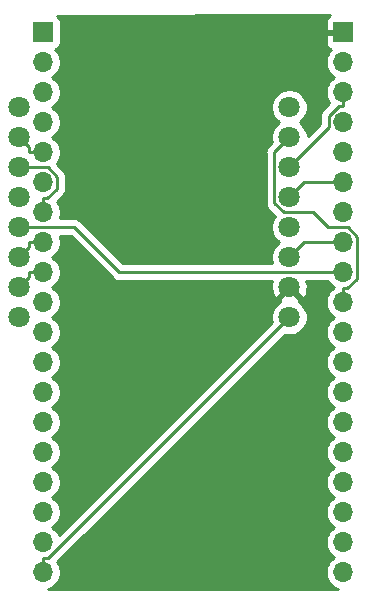
<source format=gbr>
G04 #@! TF.GenerationSoftware,KiCad,Pcbnew,(5.1.5-0-10_14)*
G04 #@! TF.CreationDate,2020-06-17T20:55:43+02:00*
G04 #@! TF.ProjectId,WEMOS_Adapter,57454d4f-535f-4416-9461-707465722e6b,rev?*
G04 #@! TF.SameCoordinates,Original*
G04 #@! TF.FileFunction,Copper,L2,Bot*
G04 #@! TF.FilePolarity,Positive*
%FSLAX46Y46*%
G04 Gerber Fmt 4.6, Leading zero omitted, Abs format (unit mm)*
G04 Created by KiCad (PCBNEW (5.1.5-0-10_14)) date 2020-06-17 20:55:43*
%MOMM*%
%LPD*%
G04 APERTURE LIST*
%ADD10C,1.800000*%
%ADD11O,1.700000X1.700000*%
%ADD12R,1.700000X1.700000*%
%ADD13C,0.250000*%
%ADD14C,0.254000*%
G04 APERTURE END LIST*
D10*
X66573400Y-36830000D03*
X43713400Y-36830000D03*
X66573400Y-39370000D03*
X43713400Y-39370000D03*
X66573400Y-41910000D03*
X43713400Y-41910000D03*
X66573400Y-44450000D03*
X43713400Y-44450000D03*
X66573400Y-46990000D03*
X43713400Y-46990000D03*
X66573400Y-49530000D03*
X43713400Y-49530000D03*
X66573400Y-52070000D03*
X43713400Y-52070000D03*
X66573400Y-54610000D03*
X43713400Y-54610000D03*
D11*
X71120000Y-76200000D03*
X71120000Y-73660000D03*
X71120000Y-71120000D03*
X71120000Y-68580000D03*
X71120000Y-66040000D03*
X71120000Y-63500000D03*
X71120000Y-60960000D03*
X71120000Y-58420000D03*
X71120000Y-55880000D03*
X71120000Y-53340000D03*
X71120000Y-50800000D03*
X71120000Y-48260000D03*
X71120000Y-45720000D03*
X71120000Y-43180000D03*
X71120000Y-40640000D03*
X71120000Y-38100000D03*
X71120000Y-35560000D03*
X71120000Y-33020000D03*
D12*
X71120000Y-30480000D03*
D11*
X45720000Y-76200000D03*
X45720000Y-73660000D03*
X45720000Y-71120000D03*
X45720000Y-68580000D03*
X45720000Y-66040000D03*
X45720000Y-63500000D03*
X45720000Y-60960000D03*
X45720000Y-58420000D03*
X45720000Y-55880000D03*
X45720000Y-53340000D03*
X45720000Y-50800000D03*
X45720000Y-48260000D03*
X45720000Y-45720000D03*
X45720000Y-43180000D03*
X45720000Y-40640000D03*
X45720000Y-38100000D03*
X45720000Y-35560000D03*
X45720000Y-33020000D03*
D12*
X45720000Y-30480000D03*
D13*
X45720000Y-76200000D02*
X45720000Y-75024700D01*
X45720000Y-75024700D02*
X46158700Y-75024700D01*
X46158700Y-75024700D02*
X66573400Y-54610000D01*
X45720000Y-50800000D02*
X44544700Y-50800000D01*
X44544700Y-50800000D02*
X44544700Y-51238700D01*
X44544700Y-51238700D02*
X43713400Y-52070000D01*
X45720000Y-48260000D02*
X44544700Y-48260000D01*
X44544700Y-48260000D02*
X44544700Y-48698700D01*
X44544700Y-48698700D02*
X43713400Y-49530000D01*
X45720000Y-45720000D02*
X45720000Y-44544700D01*
X45720000Y-44544700D02*
X46087400Y-44544700D01*
X46087400Y-44544700D02*
X46895300Y-43736800D01*
X46895300Y-43736800D02*
X46895300Y-42693100D01*
X46895300Y-42693100D02*
X46112300Y-41910100D01*
X46112300Y-41910100D02*
X43713400Y-41910100D01*
X43713400Y-41910100D02*
X43713400Y-41910000D01*
X45720000Y-40640000D02*
X44544700Y-40640000D01*
X44544700Y-40640000D02*
X44544700Y-40201300D01*
X44544700Y-40201300D02*
X43713400Y-39370000D01*
X71120000Y-53340000D02*
X71120000Y-52164700D01*
X71120000Y-52164700D02*
X71487300Y-52164700D01*
X71487300Y-52164700D02*
X72312300Y-51339700D01*
X72312300Y-51339700D02*
X72312300Y-47786200D01*
X72312300Y-47786200D02*
X71516100Y-46990000D01*
X71516100Y-46990000D02*
X69804200Y-46990000D01*
X69804200Y-46990000D02*
X68534200Y-45720000D01*
X68534200Y-45720000D02*
X66104600Y-45720000D01*
X66104600Y-45720000D02*
X65311700Y-44927100D01*
X65311700Y-44927100D02*
X65311700Y-40631700D01*
X65311700Y-40631700D02*
X66573400Y-39370000D01*
X71120000Y-50800000D02*
X52166400Y-50800000D01*
X52166400Y-50800000D02*
X48356400Y-46990000D01*
X48356400Y-46990000D02*
X43713400Y-46990000D01*
X71120000Y-48260000D02*
X67843400Y-48260000D01*
X67843400Y-48260000D02*
X66573400Y-49530000D01*
X71120000Y-43180000D02*
X67843400Y-43180000D01*
X67843400Y-43180000D02*
X66573400Y-44450000D01*
X71120000Y-35560000D02*
X71120000Y-36735300D01*
X71120000Y-36735300D02*
X70752600Y-36735300D01*
X70752600Y-36735300D02*
X69944700Y-37543200D01*
X69944700Y-37543200D02*
X69944700Y-38538700D01*
X69944700Y-38538700D02*
X66573400Y-41910000D01*
D14*
G36*
X51602601Y-51311003D02*
G01*
X51626399Y-51340001D01*
X51742124Y-51434974D01*
X51874153Y-51505546D01*
X52017414Y-51549003D01*
X52129067Y-51560000D01*
X52129075Y-51560000D01*
X52166400Y-51563676D01*
X52203725Y-51560000D01*
X65119562Y-51560000D01*
X65049035Y-51834642D01*
X65032409Y-52136553D01*
X65075003Y-52435907D01*
X65175178Y-52721199D01*
X65255139Y-52870792D01*
X65509320Y-52954475D01*
X66393795Y-52070000D01*
X66379653Y-52055858D01*
X66559258Y-51876253D01*
X66573400Y-51890395D01*
X66587543Y-51876253D01*
X66767148Y-52055858D01*
X66753005Y-52070000D01*
X67637480Y-52954475D01*
X67891661Y-52870792D01*
X68022558Y-52598225D01*
X68097765Y-52305358D01*
X68114391Y-52003447D01*
X68071797Y-51704093D01*
X68021201Y-51560000D01*
X69841822Y-51560000D01*
X69966525Y-51746632D01*
X70173368Y-51953475D01*
X70347760Y-52070000D01*
X70173368Y-52186525D01*
X69966525Y-52393368D01*
X69804010Y-52636589D01*
X69692068Y-52906842D01*
X69635000Y-53193740D01*
X69635000Y-53486260D01*
X69692068Y-53773158D01*
X69804010Y-54043411D01*
X69966525Y-54286632D01*
X70173368Y-54493475D01*
X70347760Y-54610000D01*
X70173368Y-54726525D01*
X69966525Y-54933368D01*
X69804010Y-55176589D01*
X69692068Y-55446842D01*
X69635000Y-55733740D01*
X69635000Y-56026260D01*
X69692068Y-56313158D01*
X69804010Y-56583411D01*
X69966525Y-56826632D01*
X70173368Y-57033475D01*
X70347760Y-57150000D01*
X70173368Y-57266525D01*
X69966525Y-57473368D01*
X69804010Y-57716589D01*
X69692068Y-57986842D01*
X69635000Y-58273740D01*
X69635000Y-58566260D01*
X69692068Y-58853158D01*
X69804010Y-59123411D01*
X69966525Y-59366632D01*
X70173368Y-59573475D01*
X70347760Y-59690000D01*
X70173368Y-59806525D01*
X69966525Y-60013368D01*
X69804010Y-60256589D01*
X69692068Y-60526842D01*
X69635000Y-60813740D01*
X69635000Y-61106260D01*
X69692068Y-61393158D01*
X69804010Y-61663411D01*
X69966525Y-61906632D01*
X70173368Y-62113475D01*
X70347760Y-62230000D01*
X70173368Y-62346525D01*
X69966525Y-62553368D01*
X69804010Y-62796589D01*
X69692068Y-63066842D01*
X69635000Y-63353740D01*
X69635000Y-63646260D01*
X69692068Y-63933158D01*
X69804010Y-64203411D01*
X69966525Y-64446632D01*
X70173368Y-64653475D01*
X70347760Y-64770000D01*
X70173368Y-64886525D01*
X69966525Y-65093368D01*
X69804010Y-65336589D01*
X69692068Y-65606842D01*
X69635000Y-65893740D01*
X69635000Y-66186260D01*
X69692068Y-66473158D01*
X69804010Y-66743411D01*
X69966525Y-66986632D01*
X70173368Y-67193475D01*
X70347760Y-67310000D01*
X70173368Y-67426525D01*
X69966525Y-67633368D01*
X69804010Y-67876589D01*
X69692068Y-68146842D01*
X69635000Y-68433740D01*
X69635000Y-68726260D01*
X69692068Y-69013158D01*
X69804010Y-69283411D01*
X69966525Y-69526632D01*
X70173368Y-69733475D01*
X70347760Y-69850000D01*
X70173368Y-69966525D01*
X69966525Y-70173368D01*
X69804010Y-70416589D01*
X69692068Y-70686842D01*
X69635000Y-70973740D01*
X69635000Y-71266260D01*
X69692068Y-71553158D01*
X69804010Y-71823411D01*
X69966525Y-72066632D01*
X70173368Y-72273475D01*
X70347760Y-72390000D01*
X70173368Y-72506525D01*
X69966525Y-72713368D01*
X69804010Y-72956589D01*
X69692068Y-73226842D01*
X69635000Y-73513740D01*
X69635000Y-73806260D01*
X69692068Y-74093158D01*
X69804010Y-74363411D01*
X69966525Y-74606632D01*
X70173368Y-74813475D01*
X70347760Y-74930000D01*
X70173368Y-75046525D01*
X69966525Y-75253368D01*
X69804010Y-75496589D01*
X69692068Y-75766842D01*
X69635000Y-76053740D01*
X69635000Y-76346260D01*
X69692068Y-76633158D01*
X69804010Y-76903411D01*
X69966525Y-77146632D01*
X70173368Y-77353475D01*
X70416589Y-77515990D01*
X70675418Y-77623200D01*
X46164582Y-77623200D01*
X46423411Y-77515990D01*
X46666632Y-77353475D01*
X46873475Y-77146632D01*
X47035990Y-76903411D01*
X47147932Y-76633158D01*
X47205000Y-76346260D01*
X47205000Y-76053740D01*
X47147932Y-75766842D01*
X47035990Y-75496589D01*
X46926090Y-75332111D01*
X66164471Y-56093731D01*
X66422216Y-56145000D01*
X66724584Y-56145000D01*
X67021143Y-56086011D01*
X67300495Y-55970299D01*
X67551905Y-55802312D01*
X67765712Y-55588505D01*
X67933699Y-55337095D01*
X68049411Y-55057743D01*
X68108400Y-54761184D01*
X68108400Y-54458816D01*
X68049411Y-54162257D01*
X67933699Y-53882905D01*
X67765712Y-53631495D01*
X67551905Y-53417688D01*
X67398295Y-53315049D01*
X67457875Y-53134080D01*
X66573400Y-52249605D01*
X65688925Y-53134080D01*
X65748505Y-53315049D01*
X65594895Y-53417688D01*
X65381088Y-53631495D01*
X65213101Y-53882905D01*
X65097389Y-54162257D01*
X65038400Y-54458816D01*
X65038400Y-54761184D01*
X65089669Y-55018929D01*
X47069971Y-73038628D01*
X47035990Y-72956589D01*
X46873475Y-72713368D01*
X46666632Y-72506525D01*
X46492240Y-72390000D01*
X46666632Y-72273475D01*
X46873475Y-72066632D01*
X47035990Y-71823411D01*
X47147932Y-71553158D01*
X47205000Y-71266260D01*
X47205000Y-70973740D01*
X47147932Y-70686842D01*
X47035990Y-70416589D01*
X46873475Y-70173368D01*
X46666632Y-69966525D01*
X46492240Y-69850000D01*
X46666632Y-69733475D01*
X46873475Y-69526632D01*
X47035990Y-69283411D01*
X47147932Y-69013158D01*
X47205000Y-68726260D01*
X47205000Y-68433740D01*
X47147932Y-68146842D01*
X47035990Y-67876589D01*
X46873475Y-67633368D01*
X46666632Y-67426525D01*
X46492240Y-67310000D01*
X46666632Y-67193475D01*
X46873475Y-66986632D01*
X47035990Y-66743411D01*
X47147932Y-66473158D01*
X47205000Y-66186260D01*
X47205000Y-65893740D01*
X47147932Y-65606842D01*
X47035990Y-65336589D01*
X46873475Y-65093368D01*
X46666632Y-64886525D01*
X46492240Y-64770000D01*
X46666632Y-64653475D01*
X46873475Y-64446632D01*
X47035990Y-64203411D01*
X47147932Y-63933158D01*
X47205000Y-63646260D01*
X47205000Y-63353740D01*
X47147932Y-63066842D01*
X47035990Y-62796589D01*
X46873475Y-62553368D01*
X46666632Y-62346525D01*
X46492240Y-62230000D01*
X46666632Y-62113475D01*
X46873475Y-61906632D01*
X47035990Y-61663411D01*
X47147932Y-61393158D01*
X47205000Y-61106260D01*
X47205000Y-60813740D01*
X47147932Y-60526842D01*
X47035990Y-60256589D01*
X46873475Y-60013368D01*
X46666632Y-59806525D01*
X46492240Y-59690000D01*
X46666632Y-59573475D01*
X46873475Y-59366632D01*
X47035990Y-59123411D01*
X47147932Y-58853158D01*
X47205000Y-58566260D01*
X47205000Y-58273740D01*
X47147932Y-57986842D01*
X47035990Y-57716589D01*
X46873475Y-57473368D01*
X46666632Y-57266525D01*
X46492240Y-57150000D01*
X46666632Y-57033475D01*
X46873475Y-56826632D01*
X47035990Y-56583411D01*
X47147932Y-56313158D01*
X47205000Y-56026260D01*
X47205000Y-55733740D01*
X47147932Y-55446842D01*
X47035990Y-55176589D01*
X46873475Y-54933368D01*
X46666632Y-54726525D01*
X46492240Y-54610000D01*
X46666632Y-54493475D01*
X46873475Y-54286632D01*
X47035990Y-54043411D01*
X47147932Y-53773158D01*
X47205000Y-53486260D01*
X47205000Y-53193740D01*
X47147932Y-52906842D01*
X47035990Y-52636589D01*
X46873475Y-52393368D01*
X46666632Y-52186525D01*
X46492240Y-52070000D01*
X46666632Y-51953475D01*
X46873475Y-51746632D01*
X47035990Y-51503411D01*
X47147932Y-51233158D01*
X47205000Y-50946260D01*
X47205000Y-50653740D01*
X47147932Y-50366842D01*
X47035990Y-50096589D01*
X46873475Y-49853368D01*
X46666632Y-49646525D01*
X46492240Y-49530000D01*
X46666632Y-49413475D01*
X46873475Y-49206632D01*
X47035990Y-48963411D01*
X47147932Y-48693158D01*
X47205000Y-48406260D01*
X47205000Y-48113740D01*
X47147932Y-47826842D01*
X47116103Y-47750000D01*
X48041599Y-47750000D01*
X51602601Y-51311003D01*
G37*
X51602601Y-51311003D02*
X51626399Y-51340001D01*
X51742124Y-51434974D01*
X51874153Y-51505546D01*
X52017414Y-51549003D01*
X52129067Y-51560000D01*
X52129075Y-51560000D01*
X52166400Y-51563676D01*
X52203725Y-51560000D01*
X65119562Y-51560000D01*
X65049035Y-51834642D01*
X65032409Y-52136553D01*
X65075003Y-52435907D01*
X65175178Y-52721199D01*
X65255139Y-52870792D01*
X65509320Y-52954475D01*
X66393795Y-52070000D01*
X66379653Y-52055858D01*
X66559258Y-51876253D01*
X66573400Y-51890395D01*
X66587543Y-51876253D01*
X66767148Y-52055858D01*
X66753005Y-52070000D01*
X67637480Y-52954475D01*
X67891661Y-52870792D01*
X68022558Y-52598225D01*
X68097765Y-52305358D01*
X68114391Y-52003447D01*
X68071797Y-51704093D01*
X68021201Y-51560000D01*
X69841822Y-51560000D01*
X69966525Y-51746632D01*
X70173368Y-51953475D01*
X70347760Y-52070000D01*
X70173368Y-52186525D01*
X69966525Y-52393368D01*
X69804010Y-52636589D01*
X69692068Y-52906842D01*
X69635000Y-53193740D01*
X69635000Y-53486260D01*
X69692068Y-53773158D01*
X69804010Y-54043411D01*
X69966525Y-54286632D01*
X70173368Y-54493475D01*
X70347760Y-54610000D01*
X70173368Y-54726525D01*
X69966525Y-54933368D01*
X69804010Y-55176589D01*
X69692068Y-55446842D01*
X69635000Y-55733740D01*
X69635000Y-56026260D01*
X69692068Y-56313158D01*
X69804010Y-56583411D01*
X69966525Y-56826632D01*
X70173368Y-57033475D01*
X70347760Y-57150000D01*
X70173368Y-57266525D01*
X69966525Y-57473368D01*
X69804010Y-57716589D01*
X69692068Y-57986842D01*
X69635000Y-58273740D01*
X69635000Y-58566260D01*
X69692068Y-58853158D01*
X69804010Y-59123411D01*
X69966525Y-59366632D01*
X70173368Y-59573475D01*
X70347760Y-59690000D01*
X70173368Y-59806525D01*
X69966525Y-60013368D01*
X69804010Y-60256589D01*
X69692068Y-60526842D01*
X69635000Y-60813740D01*
X69635000Y-61106260D01*
X69692068Y-61393158D01*
X69804010Y-61663411D01*
X69966525Y-61906632D01*
X70173368Y-62113475D01*
X70347760Y-62230000D01*
X70173368Y-62346525D01*
X69966525Y-62553368D01*
X69804010Y-62796589D01*
X69692068Y-63066842D01*
X69635000Y-63353740D01*
X69635000Y-63646260D01*
X69692068Y-63933158D01*
X69804010Y-64203411D01*
X69966525Y-64446632D01*
X70173368Y-64653475D01*
X70347760Y-64770000D01*
X70173368Y-64886525D01*
X69966525Y-65093368D01*
X69804010Y-65336589D01*
X69692068Y-65606842D01*
X69635000Y-65893740D01*
X69635000Y-66186260D01*
X69692068Y-66473158D01*
X69804010Y-66743411D01*
X69966525Y-66986632D01*
X70173368Y-67193475D01*
X70347760Y-67310000D01*
X70173368Y-67426525D01*
X69966525Y-67633368D01*
X69804010Y-67876589D01*
X69692068Y-68146842D01*
X69635000Y-68433740D01*
X69635000Y-68726260D01*
X69692068Y-69013158D01*
X69804010Y-69283411D01*
X69966525Y-69526632D01*
X70173368Y-69733475D01*
X70347760Y-69850000D01*
X70173368Y-69966525D01*
X69966525Y-70173368D01*
X69804010Y-70416589D01*
X69692068Y-70686842D01*
X69635000Y-70973740D01*
X69635000Y-71266260D01*
X69692068Y-71553158D01*
X69804010Y-71823411D01*
X69966525Y-72066632D01*
X70173368Y-72273475D01*
X70347760Y-72390000D01*
X70173368Y-72506525D01*
X69966525Y-72713368D01*
X69804010Y-72956589D01*
X69692068Y-73226842D01*
X69635000Y-73513740D01*
X69635000Y-73806260D01*
X69692068Y-74093158D01*
X69804010Y-74363411D01*
X69966525Y-74606632D01*
X70173368Y-74813475D01*
X70347760Y-74930000D01*
X70173368Y-75046525D01*
X69966525Y-75253368D01*
X69804010Y-75496589D01*
X69692068Y-75766842D01*
X69635000Y-76053740D01*
X69635000Y-76346260D01*
X69692068Y-76633158D01*
X69804010Y-76903411D01*
X69966525Y-77146632D01*
X70173368Y-77353475D01*
X70416589Y-77515990D01*
X70675418Y-77623200D01*
X46164582Y-77623200D01*
X46423411Y-77515990D01*
X46666632Y-77353475D01*
X46873475Y-77146632D01*
X47035990Y-76903411D01*
X47147932Y-76633158D01*
X47205000Y-76346260D01*
X47205000Y-76053740D01*
X47147932Y-75766842D01*
X47035990Y-75496589D01*
X46926090Y-75332111D01*
X66164471Y-56093731D01*
X66422216Y-56145000D01*
X66724584Y-56145000D01*
X67021143Y-56086011D01*
X67300495Y-55970299D01*
X67551905Y-55802312D01*
X67765712Y-55588505D01*
X67933699Y-55337095D01*
X68049411Y-55057743D01*
X68108400Y-54761184D01*
X68108400Y-54458816D01*
X68049411Y-54162257D01*
X67933699Y-53882905D01*
X67765712Y-53631495D01*
X67551905Y-53417688D01*
X67398295Y-53315049D01*
X67457875Y-53134080D01*
X66573400Y-52249605D01*
X65688925Y-53134080D01*
X65748505Y-53315049D01*
X65594895Y-53417688D01*
X65381088Y-53631495D01*
X65213101Y-53882905D01*
X65097389Y-54162257D01*
X65038400Y-54458816D01*
X65038400Y-54761184D01*
X65089669Y-55018929D01*
X47069971Y-73038628D01*
X47035990Y-72956589D01*
X46873475Y-72713368D01*
X46666632Y-72506525D01*
X46492240Y-72390000D01*
X46666632Y-72273475D01*
X46873475Y-72066632D01*
X47035990Y-71823411D01*
X47147932Y-71553158D01*
X47205000Y-71266260D01*
X47205000Y-70973740D01*
X47147932Y-70686842D01*
X47035990Y-70416589D01*
X46873475Y-70173368D01*
X46666632Y-69966525D01*
X46492240Y-69850000D01*
X46666632Y-69733475D01*
X46873475Y-69526632D01*
X47035990Y-69283411D01*
X47147932Y-69013158D01*
X47205000Y-68726260D01*
X47205000Y-68433740D01*
X47147932Y-68146842D01*
X47035990Y-67876589D01*
X46873475Y-67633368D01*
X46666632Y-67426525D01*
X46492240Y-67310000D01*
X46666632Y-67193475D01*
X46873475Y-66986632D01*
X47035990Y-66743411D01*
X47147932Y-66473158D01*
X47205000Y-66186260D01*
X47205000Y-65893740D01*
X47147932Y-65606842D01*
X47035990Y-65336589D01*
X46873475Y-65093368D01*
X46666632Y-64886525D01*
X46492240Y-64770000D01*
X46666632Y-64653475D01*
X46873475Y-64446632D01*
X47035990Y-64203411D01*
X47147932Y-63933158D01*
X47205000Y-63646260D01*
X47205000Y-63353740D01*
X47147932Y-63066842D01*
X47035990Y-62796589D01*
X46873475Y-62553368D01*
X46666632Y-62346525D01*
X46492240Y-62230000D01*
X46666632Y-62113475D01*
X46873475Y-61906632D01*
X47035990Y-61663411D01*
X47147932Y-61393158D01*
X47205000Y-61106260D01*
X47205000Y-60813740D01*
X47147932Y-60526842D01*
X47035990Y-60256589D01*
X46873475Y-60013368D01*
X46666632Y-59806525D01*
X46492240Y-59690000D01*
X46666632Y-59573475D01*
X46873475Y-59366632D01*
X47035990Y-59123411D01*
X47147932Y-58853158D01*
X47205000Y-58566260D01*
X47205000Y-58273740D01*
X47147932Y-57986842D01*
X47035990Y-57716589D01*
X46873475Y-57473368D01*
X46666632Y-57266525D01*
X46492240Y-57150000D01*
X46666632Y-57033475D01*
X46873475Y-56826632D01*
X47035990Y-56583411D01*
X47147932Y-56313158D01*
X47205000Y-56026260D01*
X47205000Y-55733740D01*
X47147932Y-55446842D01*
X47035990Y-55176589D01*
X46873475Y-54933368D01*
X46666632Y-54726525D01*
X46492240Y-54610000D01*
X46666632Y-54493475D01*
X46873475Y-54286632D01*
X47035990Y-54043411D01*
X47147932Y-53773158D01*
X47205000Y-53486260D01*
X47205000Y-53193740D01*
X47147932Y-52906842D01*
X47035990Y-52636589D01*
X46873475Y-52393368D01*
X46666632Y-52186525D01*
X46492240Y-52070000D01*
X46666632Y-51953475D01*
X46873475Y-51746632D01*
X47035990Y-51503411D01*
X47147932Y-51233158D01*
X47205000Y-50946260D01*
X47205000Y-50653740D01*
X47147932Y-50366842D01*
X47035990Y-50096589D01*
X46873475Y-49853368D01*
X46666632Y-49646525D01*
X46492240Y-49530000D01*
X46666632Y-49413475D01*
X46873475Y-49206632D01*
X47035990Y-48963411D01*
X47147932Y-48693158D01*
X47205000Y-48406260D01*
X47205000Y-48113740D01*
X47147932Y-47826842D01*
X47116103Y-47750000D01*
X48041599Y-47750000D01*
X51602601Y-51311003D01*
G36*
X69915506Y-29099463D02*
G01*
X69818815Y-29178815D01*
X69739463Y-29275506D01*
X69680498Y-29385820D01*
X69644188Y-29505518D01*
X69631928Y-29630000D01*
X69635000Y-30194250D01*
X69793750Y-30353000D01*
X70993000Y-30353000D01*
X70993000Y-30333000D01*
X71247000Y-30333000D01*
X71247000Y-30353000D01*
X71267000Y-30353000D01*
X71267000Y-30607000D01*
X71247000Y-30607000D01*
X71247000Y-30627000D01*
X70993000Y-30627000D01*
X70993000Y-30607000D01*
X69793750Y-30607000D01*
X69635000Y-30765750D01*
X69631928Y-31330000D01*
X69644188Y-31454482D01*
X69680498Y-31574180D01*
X69739463Y-31684494D01*
X69818815Y-31781185D01*
X69915506Y-31860537D01*
X70025820Y-31919502D01*
X70098380Y-31941513D01*
X69966525Y-32073368D01*
X69804010Y-32316589D01*
X69692068Y-32586842D01*
X69635000Y-32873740D01*
X69635000Y-33166260D01*
X69692068Y-33453158D01*
X69804010Y-33723411D01*
X69966525Y-33966632D01*
X70173368Y-34173475D01*
X70347760Y-34290000D01*
X70173368Y-34406525D01*
X69966525Y-34613368D01*
X69804010Y-34856589D01*
X69692068Y-35126842D01*
X69635000Y-35413740D01*
X69635000Y-35706260D01*
X69692068Y-35993158D01*
X69804010Y-36263411D01*
X69942469Y-36470629D01*
X69433702Y-36979397D01*
X69404699Y-37003199D01*
X69349571Y-37070374D01*
X69309726Y-37118924D01*
X69241640Y-37246303D01*
X69239154Y-37250954D01*
X69195697Y-37394215D01*
X69184700Y-37505868D01*
X69184700Y-37505878D01*
X69181024Y-37543200D01*
X69184700Y-37580523D01*
X69184701Y-38223897D01*
X68108400Y-39300198D01*
X68108400Y-39218816D01*
X68049411Y-38922257D01*
X67933699Y-38642905D01*
X67765712Y-38391495D01*
X67551905Y-38177688D01*
X67435637Y-38100000D01*
X67551905Y-38022312D01*
X67765712Y-37808505D01*
X67933699Y-37557095D01*
X68049411Y-37277743D01*
X68108400Y-36981184D01*
X68108400Y-36678816D01*
X68049411Y-36382257D01*
X67933699Y-36102905D01*
X67765712Y-35851495D01*
X67551905Y-35637688D01*
X67300495Y-35469701D01*
X67021143Y-35353989D01*
X66724584Y-35295000D01*
X66422216Y-35295000D01*
X66125657Y-35353989D01*
X65846305Y-35469701D01*
X65594895Y-35637688D01*
X65381088Y-35851495D01*
X65213101Y-36102905D01*
X65097389Y-36382257D01*
X65038400Y-36678816D01*
X65038400Y-36981184D01*
X65097389Y-37277743D01*
X65213101Y-37557095D01*
X65381088Y-37808505D01*
X65594895Y-38022312D01*
X65711163Y-38100000D01*
X65594895Y-38177688D01*
X65381088Y-38391495D01*
X65213101Y-38642905D01*
X65097389Y-38922257D01*
X65038400Y-39218816D01*
X65038400Y-39521184D01*
X65089669Y-39778930D01*
X64800698Y-40067901D01*
X64771700Y-40091699D01*
X64747902Y-40120697D01*
X64747901Y-40120698D01*
X64676726Y-40207424D01*
X64606154Y-40339454D01*
X64562698Y-40482715D01*
X64548024Y-40631700D01*
X64551701Y-40669032D01*
X64551700Y-44889777D01*
X64548024Y-44927100D01*
X64551700Y-44964422D01*
X64551700Y-44964432D01*
X64562697Y-45076085D01*
X64599983Y-45199002D01*
X64606154Y-45219346D01*
X64676726Y-45351376D01*
X64716571Y-45399926D01*
X64771699Y-45467101D01*
X64800702Y-45490903D01*
X65357138Y-46047339D01*
X65213101Y-46262905D01*
X65097389Y-46542257D01*
X65038400Y-46838816D01*
X65038400Y-47141184D01*
X65097389Y-47437743D01*
X65213101Y-47717095D01*
X65381088Y-47968505D01*
X65594895Y-48182312D01*
X65711163Y-48260000D01*
X65594895Y-48337688D01*
X65381088Y-48551495D01*
X65213101Y-48802905D01*
X65097389Y-49082257D01*
X65038400Y-49378816D01*
X65038400Y-49681184D01*
X65097389Y-49977743D01*
X65123177Y-50040000D01*
X52481202Y-50040000D01*
X48920204Y-46479003D01*
X48896401Y-46449999D01*
X48780676Y-46355026D01*
X48648647Y-46284454D01*
X48505386Y-46240997D01*
X48393733Y-46230000D01*
X48393722Y-46230000D01*
X48356400Y-46226324D01*
X48319078Y-46230000D01*
X47116103Y-46230000D01*
X47147932Y-46153158D01*
X47205000Y-45866260D01*
X47205000Y-45573740D01*
X47147932Y-45286842D01*
X47035990Y-45016589D01*
X46897531Y-44809370D01*
X47406304Y-44300598D01*
X47435301Y-44276801D01*
X47480641Y-44221554D01*
X47530274Y-44161077D01*
X47600846Y-44029047D01*
X47608232Y-44004699D01*
X47644303Y-43885786D01*
X47655300Y-43774133D01*
X47655300Y-43774124D01*
X47658976Y-43736801D01*
X47655300Y-43699478D01*
X47655300Y-42730422D01*
X47658976Y-42693099D01*
X47655300Y-42655776D01*
X47655300Y-42655767D01*
X47644303Y-42544114D01*
X47600846Y-42400853D01*
X47530274Y-42268824D01*
X47435301Y-42153099D01*
X47406302Y-42129301D01*
X46868554Y-41591553D01*
X46873475Y-41586632D01*
X47035990Y-41343411D01*
X47147932Y-41073158D01*
X47205000Y-40786260D01*
X47205000Y-40493740D01*
X47147932Y-40206842D01*
X47035990Y-39936589D01*
X46873475Y-39693368D01*
X46666632Y-39486525D01*
X46492240Y-39370000D01*
X46666632Y-39253475D01*
X46873475Y-39046632D01*
X47035990Y-38803411D01*
X47147932Y-38533158D01*
X47205000Y-38246260D01*
X47205000Y-37953740D01*
X47147932Y-37666842D01*
X47035990Y-37396589D01*
X46873475Y-37153368D01*
X46666632Y-36946525D01*
X46492240Y-36830000D01*
X46666632Y-36713475D01*
X46873475Y-36506632D01*
X47035990Y-36263411D01*
X47147932Y-35993158D01*
X47205000Y-35706260D01*
X47205000Y-35413740D01*
X47147932Y-35126842D01*
X47035990Y-34856589D01*
X46873475Y-34613368D01*
X46666632Y-34406525D01*
X46492240Y-34290000D01*
X46666632Y-34173475D01*
X46873475Y-33966632D01*
X47035990Y-33723411D01*
X47147932Y-33453158D01*
X47205000Y-33166260D01*
X47205000Y-32873740D01*
X47147932Y-32586842D01*
X47035990Y-32316589D01*
X46873475Y-32073368D01*
X46741620Y-31941513D01*
X46814180Y-31919502D01*
X46924494Y-31860537D01*
X47021185Y-31781185D01*
X47100537Y-31684494D01*
X47159502Y-31574180D01*
X47195812Y-31454482D01*
X47208072Y-31330000D01*
X47208072Y-29630000D01*
X47195812Y-29505518D01*
X47159502Y-29385820D01*
X47100537Y-29275506D01*
X47021185Y-29178815D01*
X46924494Y-29099463D01*
X46885770Y-29078764D01*
X69990341Y-29059462D01*
X69915506Y-29099463D01*
G37*
X69915506Y-29099463D02*
X69818815Y-29178815D01*
X69739463Y-29275506D01*
X69680498Y-29385820D01*
X69644188Y-29505518D01*
X69631928Y-29630000D01*
X69635000Y-30194250D01*
X69793750Y-30353000D01*
X70993000Y-30353000D01*
X70993000Y-30333000D01*
X71247000Y-30333000D01*
X71247000Y-30353000D01*
X71267000Y-30353000D01*
X71267000Y-30607000D01*
X71247000Y-30607000D01*
X71247000Y-30627000D01*
X70993000Y-30627000D01*
X70993000Y-30607000D01*
X69793750Y-30607000D01*
X69635000Y-30765750D01*
X69631928Y-31330000D01*
X69644188Y-31454482D01*
X69680498Y-31574180D01*
X69739463Y-31684494D01*
X69818815Y-31781185D01*
X69915506Y-31860537D01*
X70025820Y-31919502D01*
X70098380Y-31941513D01*
X69966525Y-32073368D01*
X69804010Y-32316589D01*
X69692068Y-32586842D01*
X69635000Y-32873740D01*
X69635000Y-33166260D01*
X69692068Y-33453158D01*
X69804010Y-33723411D01*
X69966525Y-33966632D01*
X70173368Y-34173475D01*
X70347760Y-34290000D01*
X70173368Y-34406525D01*
X69966525Y-34613368D01*
X69804010Y-34856589D01*
X69692068Y-35126842D01*
X69635000Y-35413740D01*
X69635000Y-35706260D01*
X69692068Y-35993158D01*
X69804010Y-36263411D01*
X69942469Y-36470629D01*
X69433702Y-36979397D01*
X69404699Y-37003199D01*
X69349571Y-37070374D01*
X69309726Y-37118924D01*
X69241640Y-37246303D01*
X69239154Y-37250954D01*
X69195697Y-37394215D01*
X69184700Y-37505868D01*
X69184700Y-37505878D01*
X69181024Y-37543200D01*
X69184700Y-37580523D01*
X69184701Y-38223897D01*
X68108400Y-39300198D01*
X68108400Y-39218816D01*
X68049411Y-38922257D01*
X67933699Y-38642905D01*
X67765712Y-38391495D01*
X67551905Y-38177688D01*
X67435637Y-38100000D01*
X67551905Y-38022312D01*
X67765712Y-37808505D01*
X67933699Y-37557095D01*
X68049411Y-37277743D01*
X68108400Y-36981184D01*
X68108400Y-36678816D01*
X68049411Y-36382257D01*
X67933699Y-36102905D01*
X67765712Y-35851495D01*
X67551905Y-35637688D01*
X67300495Y-35469701D01*
X67021143Y-35353989D01*
X66724584Y-35295000D01*
X66422216Y-35295000D01*
X66125657Y-35353989D01*
X65846305Y-35469701D01*
X65594895Y-35637688D01*
X65381088Y-35851495D01*
X65213101Y-36102905D01*
X65097389Y-36382257D01*
X65038400Y-36678816D01*
X65038400Y-36981184D01*
X65097389Y-37277743D01*
X65213101Y-37557095D01*
X65381088Y-37808505D01*
X65594895Y-38022312D01*
X65711163Y-38100000D01*
X65594895Y-38177688D01*
X65381088Y-38391495D01*
X65213101Y-38642905D01*
X65097389Y-38922257D01*
X65038400Y-39218816D01*
X65038400Y-39521184D01*
X65089669Y-39778930D01*
X64800698Y-40067901D01*
X64771700Y-40091699D01*
X64747902Y-40120697D01*
X64747901Y-40120698D01*
X64676726Y-40207424D01*
X64606154Y-40339454D01*
X64562698Y-40482715D01*
X64548024Y-40631700D01*
X64551701Y-40669032D01*
X64551700Y-44889777D01*
X64548024Y-44927100D01*
X64551700Y-44964422D01*
X64551700Y-44964432D01*
X64562697Y-45076085D01*
X64599983Y-45199002D01*
X64606154Y-45219346D01*
X64676726Y-45351376D01*
X64716571Y-45399926D01*
X64771699Y-45467101D01*
X64800702Y-45490903D01*
X65357138Y-46047339D01*
X65213101Y-46262905D01*
X65097389Y-46542257D01*
X65038400Y-46838816D01*
X65038400Y-47141184D01*
X65097389Y-47437743D01*
X65213101Y-47717095D01*
X65381088Y-47968505D01*
X65594895Y-48182312D01*
X65711163Y-48260000D01*
X65594895Y-48337688D01*
X65381088Y-48551495D01*
X65213101Y-48802905D01*
X65097389Y-49082257D01*
X65038400Y-49378816D01*
X65038400Y-49681184D01*
X65097389Y-49977743D01*
X65123177Y-50040000D01*
X52481202Y-50040000D01*
X48920204Y-46479003D01*
X48896401Y-46449999D01*
X48780676Y-46355026D01*
X48648647Y-46284454D01*
X48505386Y-46240997D01*
X48393733Y-46230000D01*
X48393722Y-46230000D01*
X48356400Y-46226324D01*
X48319078Y-46230000D01*
X47116103Y-46230000D01*
X47147932Y-46153158D01*
X47205000Y-45866260D01*
X47205000Y-45573740D01*
X47147932Y-45286842D01*
X47035990Y-45016589D01*
X46897531Y-44809370D01*
X47406304Y-44300598D01*
X47435301Y-44276801D01*
X47480641Y-44221554D01*
X47530274Y-44161077D01*
X47600846Y-44029047D01*
X47608232Y-44004699D01*
X47644303Y-43885786D01*
X47655300Y-43774133D01*
X47655300Y-43774124D01*
X47658976Y-43736801D01*
X47655300Y-43699478D01*
X47655300Y-42730422D01*
X47658976Y-42693099D01*
X47655300Y-42655776D01*
X47655300Y-42655767D01*
X47644303Y-42544114D01*
X47600846Y-42400853D01*
X47530274Y-42268824D01*
X47435301Y-42153099D01*
X47406302Y-42129301D01*
X46868554Y-41591553D01*
X46873475Y-41586632D01*
X47035990Y-41343411D01*
X47147932Y-41073158D01*
X47205000Y-40786260D01*
X47205000Y-40493740D01*
X47147932Y-40206842D01*
X47035990Y-39936589D01*
X46873475Y-39693368D01*
X46666632Y-39486525D01*
X46492240Y-39370000D01*
X46666632Y-39253475D01*
X46873475Y-39046632D01*
X47035990Y-38803411D01*
X47147932Y-38533158D01*
X47205000Y-38246260D01*
X47205000Y-37953740D01*
X47147932Y-37666842D01*
X47035990Y-37396589D01*
X46873475Y-37153368D01*
X46666632Y-36946525D01*
X46492240Y-36830000D01*
X46666632Y-36713475D01*
X46873475Y-36506632D01*
X47035990Y-36263411D01*
X47147932Y-35993158D01*
X47205000Y-35706260D01*
X47205000Y-35413740D01*
X47147932Y-35126842D01*
X47035990Y-34856589D01*
X46873475Y-34613368D01*
X46666632Y-34406525D01*
X46492240Y-34290000D01*
X46666632Y-34173475D01*
X46873475Y-33966632D01*
X47035990Y-33723411D01*
X47147932Y-33453158D01*
X47205000Y-33166260D01*
X47205000Y-32873740D01*
X47147932Y-32586842D01*
X47035990Y-32316589D01*
X46873475Y-32073368D01*
X46741620Y-31941513D01*
X46814180Y-31919502D01*
X46924494Y-31860537D01*
X47021185Y-31781185D01*
X47100537Y-31684494D01*
X47159502Y-31574180D01*
X47195812Y-31454482D01*
X47208072Y-31330000D01*
X47208072Y-29630000D01*
X47195812Y-29505518D01*
X47159502Y-29385820D01*
X47100537Y-29275506D01*
X47021185Y-29178815D01*
X46924494Y-29099463D01*
X46885770Y-29078764D01*
X69990341Y-29059462D01*
X69915506Y-29099463D01*
M02*

</source>
